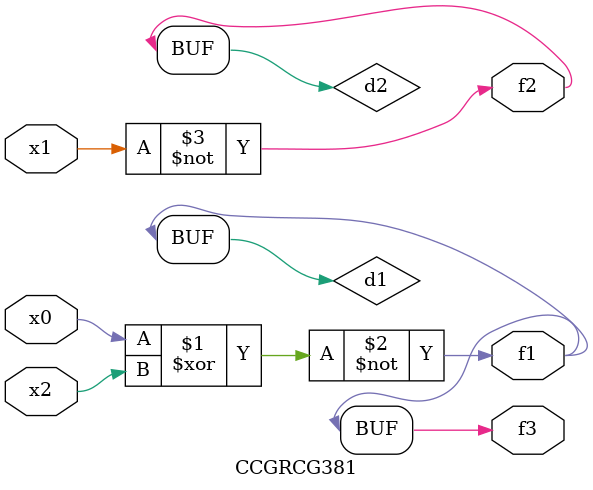
<source format=v>
module CCGRCG381(
	input x0, x1, x2,
	output f1, f2, f3
);

	wire d1, d2, d3;

	xnor (d1, x0, x2);
	nand (d2, x1);
	nor (d3, x1, x2);
	assign f1 = d1;
	assign f2 = d2;
	assign f3 = d1;
endmodule

</source>
